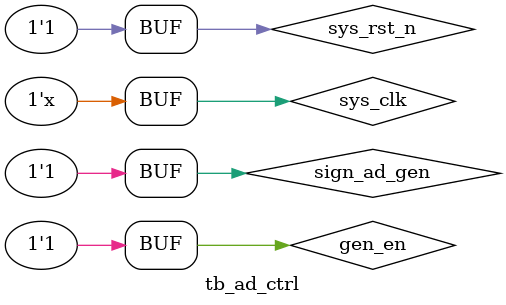
<source format=v>
`timescale 1ns/1ns
module tb_ad_ctrl();
reg				sys_clk		;
reg				sys_rst_n	;
reg		[7:0]	ad_data		;

wire 			ad_clk		;
wire			sign		;
wire 	[19:0]	data		;
reg  	[20:0]	ad_data_reg	;

reg				sign_ad_gen	;
reg		[12:0]	volt_ad_gen	;
reg				gen_en		;

parameter 	M		 = 8'd127	,
			VOLT_MAX = 13'd5000;
//initial
initial
	begin	
		sys_clk  = 1'b1;
		sys_rst_n <= 1'b0;
		sign_ad_gen <= 1'b0	;
		gen_en <= 1'b0;
		
	#20
		sys_rst_n <= 1'b1;
	#83000
		gen_en <= 1'b1;
		
	#186000
		sign_ad_gen <= 1'b1	;
	end

//sys_clk
always #10 sys_clk = ~sys_clk;

//volt_ad_gen
always@(posedge ad_clk or negedge sys_rst_n)
	if(sys_rst_n == 1'b0)
		volt_ad_gen <= 13'd0;
	else if(gen_en == 1'b0)
		volt_ad_gen <= 13'd0;
	else if(volt_ad_gen == VOLT_MAX)
		volt_ad_gen <= 13'd0;
	else
		volt_ad_gen <= volt_ad_gen + 13'd1;

//ad_data_reg
always@(posedge ad_clk or negedge sys_rst_n)
	if(sys_rst_n == 1'b0)
		ad_data_reg <= 5000 * M;
	else if(sign_ad_gen == 1'b0)  //postive
		ad_data_reg <= volt_ad_gen * (8'd255 - M) + 5000 * M;
	else
		ad_data_reg <= (5000 - volt_ad_gen) * M;
		
//ad_data
always@(posedge ad_clk or negedge sys_rst_n)
	if(sys_rst_n == 1'b0)
		ad_data <= M;
	else
		ad_data <= ad_data_reg / 5000;



ad_ctrl ad_ctrl_inst
(
	.sys_clk		(sys_clk		),
	.sys_rst_n		(sys_rst_n		),
	.ad_data		(ad_data		),

	.ad_clk			(ad_clk			),
	.sign			(sign			),
	.data           (data           )

);

endmodule
</source>
